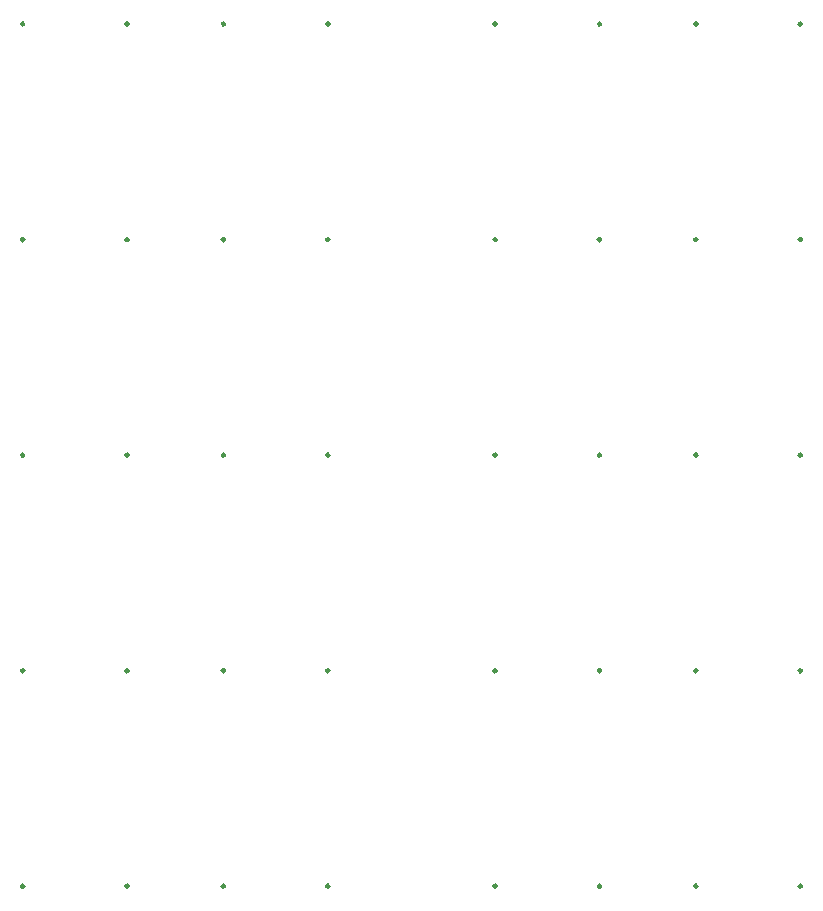
<source format=gbr>
%TF.GenerationSoftware,KiCad,Pcbnew,8.0.1-unknown-202403172319~81f55dfc9c~ubuntu22.04.1*%
%TF.CreationDate,2024-06-20T10:51:26+01:00*%
%TF.ProjectId,PANEL_COM_MOD,50414e45-4c5f-4434-9f4d-5f4d4f442e6b,1.0*%
%TF.SameCoordinates,Original*%
%TF.FileFunction,Other,Comment*%
%FSLAX46Y46*%
G04 Gerber Fmt 4.6, Leading zero omitted, Abs format (unit mm)*
G04 Created by KiCad (PCBNEW 8.0.1-unknown-202403172319~81f55dfc9c~ubuntu22.04.1) date 2024-06-20 10:51:26*
%MOMM*%
%LPD*%
G01*
G04 APERTURE LIST*
%ADD10C,0.250000*%
G04 APERTURE END LIST*
D10*
%TO.C,FPC1*%
X49210000Y-83500004D02*
G75*
G02*
X48950000Y-83500004I-130000J0D01*
G01*
X48950000Y-83500004D02*
G75*
G02*
X49210000Y-83500004I130000J0D01*
G01*
X49210000Y-28750001D02*
G75*
G02*
X48950000Y-28750001I-130000J0D01*
G01*
X48950000Y-28750001D02*
G75*
G02*
X49210000Y-28750001I130000J0D01*
G01*
X49210000Y-10500000D02*
G75*
G02*
X48950000Y-10500000I-130000J0D01*
G01*
X48950000Y-10500000D02*
G75*
G02*
X49210000Y-10500000I130000J0D01*
G01*
X9210000Y-65250003D02*
G75*
G02*
X8950000Y-65250003I-130000J0D01*
G01*
X8950000Y-65250003D02*
G75*
G02*
X9210000Y-65250003I130000J0D01*
G01*
X9210000Y-47000002D02*
G75*
G02*
X8950000Y-47000002I-130000J0D01*
G01*
X8950000Y-47000002D02*
G75*
G02*
X9210000Y-47000002I130000J0D01*
G01*
X9210000Y-28750001D02*
G75*
G02*
X8950000Y-28750001I-130000J0D01*
G01*
X8950000Y-28750001D02*
G75*
G02*
X9210000Y-28750001I130000J0D01*
G01*
X49210000Y-47000002D02*
G75*
G02*
X48950000Y-47000002I-130000J0D01*
G01*
X48950000Y-47000002D02*
G75*
G02*
X49210000Y-47000002I130000J0D01*
G01*
X66210000Y-28750001D02*
G75*
G02*
X65950000Y-28750001I-130000J0D01*
G01*
X65950000Y-28750001D02*
G75*
G02*
X66210000Y-28750001I130000J0D01*
G01*
X49210000Y-65250003D02*
G75*
G02*
X48950000Y-65250003I-130000J0D01*
G01*
X48950000Y-65250003D02*
G75*
G02*
X49210000Y-65250003I130000J0D01*
G01*
X9210000Y-10500000D02*
G75*
G02*
X8950000Y-10500000I-130000J0D01*
G01*
X8950000Y-10500000D02*
G75*
G02*
X9210000Y-10500000I130000J0D01*
G01*
X66210000Y-83500004D02*
G75*
G02*
X65950000Y-83500004I-130000J0D01*
G01*
X65950000Y-83500004D02*
G75*
G02*
X66210000Y-83500004I130000J0D01*
G01*
X9210000Y-83500004D02*
G75*
G02*
X8950000Y-83500004I-130000J0D01*
G01*
X8950000Y-83500004D02*
G75*
G02*
X9210000Y-83500004I130000J0D01*
G01*
X26210000Y-83500004D02*
G75*
G02*
X25950000Y-83500004I-130000J0D01*
G01*
X25950000Y-83500004D02*
G75*
G02*
X26210000Y-83500004I130000J0D01*
G01*
X26210000Y-28750001D02*
G75*
G02*
X25950000Y-28750001I-130000J0D01*
G01*
X25950000Y-28750001D02*
G75*
G02*
X26210000Y-28750001I130000J0D01*
G01*
X26210000Y-10500000D02*
G75*
G02*
X25950000Y-10500000I-130000J0D01*
G01*
X25950000Y-10500000D02*
G75*
G02*
X26210000Y-10500000I130000J0D01*
G01*
X26210000Y-47000002D02*
G75*
G02*
X25950000Y-47000002I-130000J0D01*
G01*
X25950000Y-47000002D02*
G75*
G02*
X26210000Y-47000002I130000J0D01*
G01*
X66210000Y-65250003D02*
G75*
G02*
X65950000Y-65250003I-130000J0D01*
G01*
X65950000Y-65250003D02*
G75*
G02*
X66210000Y-65250003I130000J0D01*
G01*
X66210000Y-10500000D02*
G75*
G02*
X65950000Y-10500000I-130000J0D01*
G01*
X65950000Y-10500000D02*
G75*
G02*
X66210000Y-10500000I130000J0D01*
G01*
X66210000Y-47000002D02*
G75*
G02*
X65950000Y-47000002I-130000J0D01*
G01*
X65950000Y-47000002D02*
G75*
G02*
X66210000Y-47000002I130000J0D01*
G01*
X26210000Y-65250003D02*
G75*
G02*
X25950000Y-65250003I-130000J0D01*
G01*
X25950000Y-65250003D02*
G75*
G02*
X26210000Y-65250003I130000J0D01*
G01*
%TO.C,FPC2*%
X58050000Y-65250003D02*
G75*
G02*
X57790000Y-65250003I-130000J0D01*
G01*
X57790000Y-65250003D02*
G75*
G02*
X58050000Y-65250003I130000J0D01*
G01*
X75050000Y-47000002D02*
G75*
G02*
X74790000Y-47000002I-130000J0D01*
G01*
X74790000Y-47000002D02*
G75*
G02*
X75050000Y-47000002I130000J0D01*
G01*
X58050000Y-28750001D02*
G75*
G02*
X57790000Y-28750001I-130000J0D01*
G01*
X57790000Y-28750001D02*
G75*
G02*
X58050000Y-28750001I130000J0D01*
G01*
X75050000Y-65250003D02*
G75*
G02*
X74790000Y-65250003I-130000J0D01*
G01*
X74790000Y-65250003D02*
G75*
G02*
X75050000Y-65250003I130000J0D01*
G01*
X75050000Y-28750001D02*
G75*
G02*
X74790000Y-28750001I-130000J0D01*
G01*
X74790000Y-28750001D02*
G75*
G02*
X75050000Y-28750001I130000J0D01*
G01*
X35050000Y-47000002D02*
G75*
G02*
X34790000Y-47000002I-130000J0D01*
G01*
X34790000Y-47000002D02*
G75*
G02*
X35050000Y-47000002I130000J0D01*
G01*
X35050000Y-83500004D02*
G75*
G02*
X34790000Y-83500004I-130000J0D01*
G01*
X34790000Y-83500004D02*
G75*
G02*
X35050000Y-83500004I130000J0D01*
G01*
X18050000Y-28750001D02*
G75*
G02*
X17790000Y-28750001I-130000J0D01*
G01*
X17790000Y-28750001D02*
G75*
G02*
X18050000Y-28750001I130000J0D01*
G01*
X18050000Y-10500000D02*
G75*
G02*
X17790000Y-10500000I-130000J0D01*
G01*
X17790000Y-10500000D02*
G75*
G02*
X18050000Y-10500000I130000J0D01*
G01*
X58050000Y-47000002D02*
G75*
G02*
X57790000Y-47000002I-130000J0D01*
G01*
X57790000Y-47000002D02*
G75*
G02*
X58050000Y-47000002I130000J0D01*
G01*
X18050000Y-65250003D02*
G75*
G02*
X17790000Y-65250003I-130000J0D01*
G01*
X17790000Y-65250003D02*
G75*
G02*
X18050000Y-65250003I130000J0D01*
G01*
X75050000Y-10500000D02*
G75*
G02*
X74790000Y-10500000I-130000J0D01*
G01*
X74790000Y-10500000D02*
G75*
G02*
X75050000Y-10500000I130000J0D01*
G01*
X35050000Y-10500000D02*
G75*
G02*
X34790000Y-10500000I-130000J0D01*
G01*
X34790000Y-10500000D02*
G75*
G02*
X35050000Y-10500000I130000J0D01*
G01*
X18050000Y-83500004D02*
G75*
G02*
X17790000Y-83500004I-130000J0D01*
G01*
X17790000Y-83500004D02*
G75*
G02*
X18050000Y-83500004I130000J0D01*
G01*
X75050000Y-83500004D02*
G75*
G02*
X74790000Y-83500004I-130000J0D01*
G01*
X74790000Y-83500004D02*
G75*
G02*
X75050000Y-83500004I130000J0D01*
G01*
X58050000Y-83500004D02*
G75*
G02*
X57790000Y-83500004I-130000J0D01*
G01*
X57790000Y-83500004D02*
G75*
G02*
X58050000Y-83500004I130000J0D01*
G01*
X35050000Y-28750001D02*
G75*
G02*
X34790000Y-28750001I-130000J0D01*
G01*
X34790000Y-28750001D02*
G75*
G02*
X35050000Y-28750001I130000J0D01*
G01*
X18050000Y-47000002D02*
G75*
G02*
X17790000Y-47000002I-130000J0D01*
G01*
X17790000Y-47000002D02*
G75*
G02*
X18050000Y-47000002I130000J0D01*
G01*
X58050000Y-10500000D02*
G75*
G02*
X57790000Y-10500000I-130000J0D01*
G01*
X57790000Y-10500000D02*
G75*
G02*
X58050000Y-10500000I130000J0D01*
G01*
X35050000Y-65250003D02*
G75*
G02*
X34790000Y-65250003I-130000J0D01*
G01*
X34790000Y-65250003D02*
G75*
G02*
X35050000Y-65250003I130000J0D01*
G01*
%TD*%
M02*

</source>
